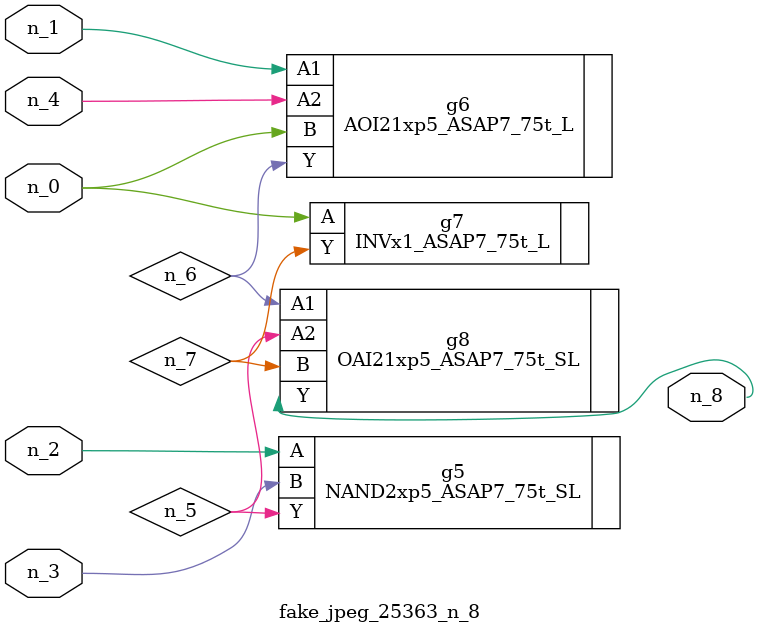
<source format=v>
module fake_jpeg_25363_n_8 (n_3, n_2, n_1, n_0, n_4, n_8);

input n_3;
input n_2;
input n_1;
input n_0;
input n_4;

output n_8;

wire n_6;
wire n_5;
wire n_7;

NAND2xp5_ASAP7_75t_SL g5 ( 
.A(n_2),
.B(n_3),
.Y(n_5)
);

AOI21xp5_ASAP7_75t_L g6 ( 
.A1(n_1),
.A2(n_4),
.B(n_0),
.Y(n_6)
);

INVx1_ASAP7_75t_L g7 ( 
.A(n_0),
.Y(n_7)
);

OAI21xp5_ASAP7_75t_SL g8 ( 
.A1(n_6),
.A2(n_5),
.B(n_7),
.Y(n_8)
);


endmodule
</source>
